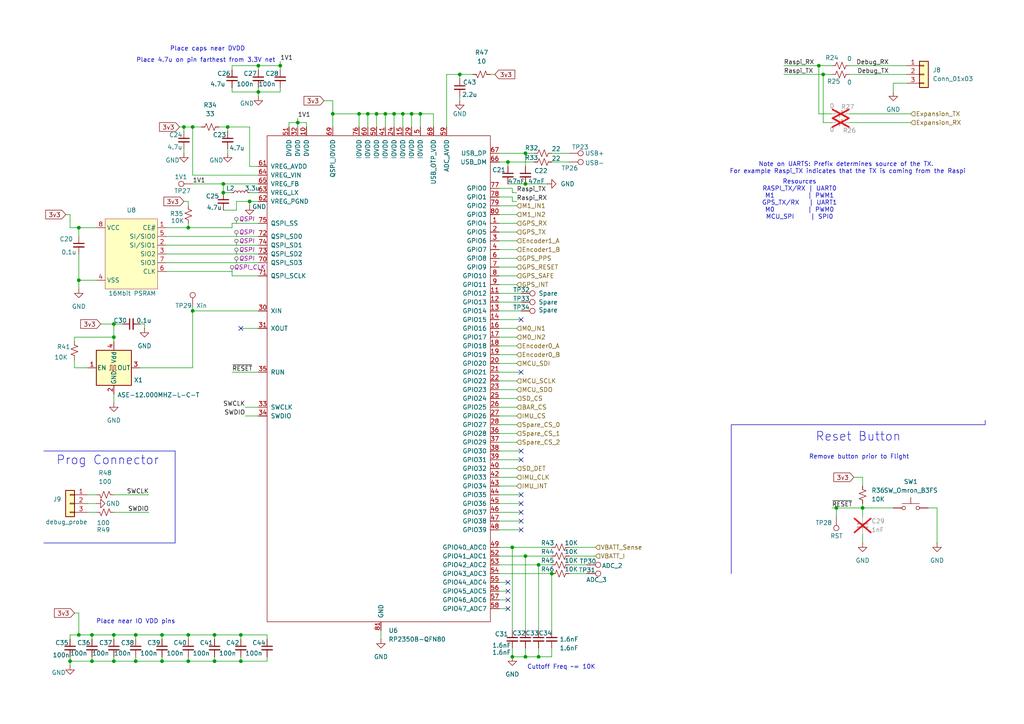
<source format=kicad_sch>
(kicad_sch (version 20231120) (generator "eeschema") (generator_version "8.0")
  (paper "A4")
  (junction (at 64.77 55.88))
  (junction (at 33.02 93.98))
  (junction (at 39.37 191.77))
  (junction (at 46.99 191.77))
  (junction (at 156.21 163.83))
  (junction (at 119.38 33.02))
  (junction (at 22.86 184.15))
  (junction (at 33.02 184.15))
  (junction (at 26.67 191.77))
  (junction (at 156.21 190.5))
  (junction (at 250.19 147.32))
  (junction (at 96.52 33.02))
  (junction (at 74.93 19.05))
  (junction (at 20.32 191.77))
  (junction (at 148.59 190.5))
  (junction (at 152.4 190.5))
  (junction (at 148.59 158.75))
  (junction (at 133.35 21.59))
  (junction (at 66.04 36.83))
  (junction (at 53.34 36.83))
  (junction (at 116.84 33.02))
  (junction (at 86.36 35.56))
  (junction (at 62.23 191.77))
  (junction (at 33.02 97.79))
  (junction (at 39.37 184.15))
  (junction (at 152.4 161.29))
  (junction (at 147.32 46.99))
  (junction (at 26.67 184.15))
  (junction (at 33.02 191.77))
  (junction (at 64.77 53.34))
  (junction (at 237.49 19.05))
  (junction (at 114.3 33.02))
  (junction (at 81.28 19.05))
  (junction (at 160.02 166.37))
  (junction (at 69.85 184.15))
  (junction (at 242.57 147.32))
  (junction (at 104.14 33.02))
  (junction (at 74.93 26.67))
  (junction (at 121.92 33.02))
  (junction (at 106.68 33.02))
  (junction (at 22.86 81.28))
  (junction (at 152.4 53.34))
  (junction (at 22.86 66.04))
  (junction (at 62.23 184.15))
  (junction (at 54.61 66.04))
  (junction (at 54.61 184.15))
  (junction (at 72.39 58.42))
  (junction (at 238.76 21.59))
  (junction (at 152.4 44.45))
  (junction (at 69.85 191.77))
  (junction (at 109.22 33.02))
  (junction (at 46.99 184.15))
  (junction (at 55.88 90.17))
  (junction (at 111.76 33.02))
  (junction (at 54.61 191.77))
  (junction (at 55.88 36.83))
  (no_connect (at 151.13 146.05))
  (no_connect (at 147.32 171.45))
  (no_connect (at 151.13 130.81))
  (no_connect (at 151.13 153.67))
  (no_connect (at 151.13 143.51))
  (no_connect (at 151.13 148.59))
  (no_connect (at 69.85 95.25))
  (no_connect (at 147.32 176.53))
  (no_connect (at 151.13 107.95))
  (no_connect (at 151.13 151.13))
  (no_connect (at 151.13 92.71))
  (no_connect (at 147.32 173.99))
  (no_connect (at 147.32 168.91))
  (no_connect (at 151.13 133.35))
  (wire (pts (xy 62.23 184.15) (xy 69.85 184.15)))
  (wire (pts (xy 69.85 95.25) (xy 74.93 95.25)))
  (wire (pts (xy 43.18 148.59) (xy 33.02 148.59)))
  (wire (pts (xy 148.59 158.75) (xy 148.59 182.88)))
  (wire (pts (xy 39.37 184.15) (xy 46.99 184.15)))
  (wire (pts (xy 144.78 128.27) (xy 149.86 128.27)))
  (wire (pts (xy 241.3 33.02) (xy 237.49 33.02)))
  (wire (pts (xy 46.99 184.15) (xy 54.61 184.15)))
  (wire (pts (xy 144.78 140.97) (xy 149.86 140.97)))
  (wire (pts (xy 74.93 19.05) (xy 81.28 19.05)))
  (wire (pts (xy 144.78 110.49) (xy 149.86 110.49)))
  (wire (pts (xy 250.19 154.94) (xy 250.19 157.48)))
  (wire (pts (xy 68.58 60.96) (xy 68.58 58.42)))
  (wire (pts (xy 119.38 33.02) (xy 119.38 36.83)))
  (wire (pts (xy 53.34 58.42) (xy 54.61 58.42)))
  (wire (pts (xy 52.07 36.83) (xy 53.34 36.83)))
  (wire (pts (xy 72.39 36.83) (xy 66.04 36.83)))
  (wire (pts (xy 22.86 66.04) (xy 27.94 66.04)))
  (wire (pts (xy 144.78 90.17) (xy 151.13 90.17)))
  (wire (pts (xy 106.68 33.02) (xy 104.14 33.02)))
  (wire (pts (xy 242.57 147.32) (xy 242.57 149.86)))
  (wire (pts (xy 54.61 190.5) (xy 54.61 191.77)))
  (polyline (pts (xy 12.7 157.48) (xy 50.8 157.48)))
  (wire (pts (xy 62.23 191.77) (xy 69.85 191.77)))
  (wire (pts (xy 22.86 177.8) (xy 22.86 184.15)))
  (wire (pts (xy 246.38 33.02) (xy 264.16 33.02)))
  (wire (pts (xy 144.78 102.87) (xy 149.86 102.87)))
  (wire (pts (xy 55.88 90.17) (xy 74.93 90.17)))
  (wire (pts (xy 22.86 66.04) (xy 20.32 66.04)))
  (wire (pts (xy 111.76 33.02) (xy 109.22 33.02)))
  (wire (pts (xy 27.94 143.51) (xy 25.4 143.51)))
  (wire (pts (xy 71.12 120.65) (xy 74.93 120.65)))
  (wire (pts (xy 144.78 168.91) (xy 147.32 168.91)))
  (wire (pts (xy 26.67 191.77) (xy 33.02 191.77)))
  (wire (pts (xy 39.37 184.15) (xy 39.37 185.42)))
  (wire (pts (xy 227.33 21.59) (xy 238.76 21.59)))
  (wire (pts (xy 144.78 176.53) (xy 147.32 176.53)))
  (wire (pts (xy 77.47 191.77) (xy 77.47 190.5)))
  (wire (pts (xy 22.86 81.28) (xy 27.94 81.28)))
  (wire (pts (xy 144.78 166.37) (xy 160.02 166.37)))
  (wire (pts (xy 144.78 125.73) (xy 149.86 125.73)))
  (wire (pts (xy 144.78 100.33) (xy 149.86 100.33)))
  (wire (pts (xy 66.04 43.18) (xy 66.04 44.45)))
  (wire (pts (xy 71.12 118.11) (xy 74.93 118.11)))
  (wire (pts (xy 152.4 161.29) (xy 152.4 182.88)))
  (wire (pts (xy 165.1 161.29) (xy 172.72 161.29)))
  (wire (pts (xy 149.86 55.88) (xy 148.59 55.88)))
  (wire (pts (xy 21.59 177.8) (xy 22.86 177.8)))
  (wire (pts (xy 144.78 115.57) (xy 149.86 115.57)))
  (wire (pts (xy 250.19 147.32) (xy 259.08 147.32)))
  (wire (pts (xy 165.1 158.75) (xy 172.72 158.75)))
  (wire (pts (xy 69.85 184.15) (xy 69.85 185.42)))
  (wire (pts (xy 250.19 147.32) (xy 250.19 149.86)))
  (wire (pts (xy 121.92 36.83) (xy 121.92 33.02)))
  (wire (pts (xy 55.88 88.9) (xy 55.88 90.17)))
  (wire (pts (xy 53.34 43.18) (xy 53.34 44.45)))
  (wire (pts (xy 20.32 66.04) (xy 20.32 62.23)))
  (wire (pts (xy 246.38 19.05) (xy 262.89 19.05)))
  (wire (pts (xy 72.39 59.69) (xy 72.39 58.42)))
  (wire (pts (xy 72.39 58.42) (xy 74.93 58.42)))
  (wire (pts (xy 144.78 171.45) (xy 147.32 171.45)))
  (wire (pts (xy 152.4 44.45) (xy 154.94 44.45)))
  (wire (pts (xy 22.86 73.66) (xy 22.86 81.28)))
  (wire (pts (xy 121.92 33.02) (xy 125.73 33.02)))
  (wire (pts (xy 148.59 55.88) (xy 148.59 54.61)))
  (wire (pts (xy 62.23 190.5) (xy 62.23 191.77)))
  (wire (pts (xy 133.35 22.86) (xy 133.35 21.59)))
  (wire (pts (xy 21.59 99.06) (xy 21.59 97.79)))
  (wire (pts (xy 144.78 72.39) (xy 149.86 72.39)))
  (wire (pts (xy 48.26 78.74) (xy 67.31 78.74)))
  (wire (pts (xy 125.73 33.02) (xy 125.73 36.83)))
  (polyline (pts (xy 212.09 166.37) (xy 212.09 123.19)))
  (wire (pts (xy 160.02 46.99) (xy 165.1 46.99)))
  (wire (pts (xy 156.21 163.83) (xy 156.21 182.88)))
  (wire (pts (xy 26.67 184.15) (xy 33.02 184.15)))
  (wire (pts (xy 237.49 19.05) (xy 237.49 33.02)))
  (wire (pts (xy 74.93 27.94) (xy 74.93 26.67)))
  (wire (pts (xy 26.67 191.77) (xy 20.32 191.77)))
  (wire (pts (xy 25.4 106.68) (xy 21.59 106.68)))
  (wire (pts (xy 41.91 95.25) (xy 41.91 93.98)))
  (wire (pts (xy 55.88 50.8) (xy 55.88 36.83)))
  (wire (pts (xy 67.31 20.32) (xy 67.31 19.05)))
  (wire (pts (xy 67.31 107.95) (xy 74.93 107.95)))
  (wire (pts (xy 133.35 27.94) (xy 133.35 29.21)))
  (wire (pts (xy 81.28 26.67) (xy 74.93 26.67)))
  (wire (pts (xy 148.59 158.75) (xy 160.02 158.75)))
  (wire (pts (xy 144.78 130.81) (xy 151.13 130.81)))
  (wire (pts (xy 144.78 95.25) (xy 149.86 95.25)))
  (wire (pts (xy 116.84 33.02) (xy 114.3 33.02)))
  (wire (pts (xy 241.3 35.56) (xy 238.76 35.56)))
  (wire (pts (xy 39.37 191.77) (xy 46.99 191.77)))
  (wire (pts (xy 74.93 25.4) (xy 74.93 26.67)))
  (wire (pts (xy 129.54 36.83) (xy 129.54 21.59)))
  (wire (pts (xy 33.02 191.77) (xy 39.37 191.77)))
  (polyline (pts (xy 212.09 123.19) (xy 285.75 123.19)))
  (wire (pts (xy 111.76 33.02) (xy 111.76 36.83)))
  (wire (pts (xy 46.99 184.15) (xy 46.99 185.42)))
  (wire (pts (xy 40.64 106.68) (xy 55.88 106.68)))
  (wire (pts (xy 74.93 80.01) (xy 67.31 80.01)))
  (wire (pts (xy 54.61 191.77) (xy 62.23 191.77)))
  (wire (pts (xy 144.78 133.35) (xy 151.13 133.35)))
  (wire (pts (xy 53.34 36.83) (xy 53.34 38.1)))
  (wire (pts (xy 54.61 185.42) (xy 54.61 184.15)))
  (wire (pts (xy 74.93 48.26) (xy 72.39 48.26)))
  (wire (pts (xy 46.99 190.5) (xy 46.99 191.77)))
  (wire (pts (xy 144.78 74.93) (xy 149.86 74.93)))
  (wire (pts (xy 144.78 62.23) (xy 149.86 62.23)))
  (wire (pts (xy 96.52 33.02) (xy 104.14 33.02)))
  (wire (pts (xy 20.32 190.5) (xy 20.32 191.77)))
  (wire (pts (xy 46.99 191.77) (xy 54.61 191.77)))
  (wire (pts (xy 83.82 36.83) (xy 83.82 35.56)))
  (wire (pts (xy 246.38 35.56) (xy 264.16 35.56)))
  (wire (pts (xy 20.32 184.15) (xy 20.32 185.42)))
  (wire (pts (xy 64.77 60.96) (xy 68.58 60.96)))
  (wire (pts (xy 81.28 25.4) (xy 81.28 26.67)))
  (wire (pts (xy 33.02 190.5) (xy 33.02 191.77)))
  (wire (pts (xy 144.78 57.15) (xy 148.59 57.15)))
  (wire (pts (xy 67.31 25.4) (xy 67.31 26.67)))
  (wire (pts (xy 48.26 76.2) (xy 74.93 76.2)))
  (wire (pts (xy 144.78 146.05) (xy 151.13 146.05)))
  (wire (pts (xy 69.85 191.77) (xy 77.47 191.77)))
  (wire (pts (xy 26.67 190.5) (xy 26.67 191.77)))
  (wire (pts (xy 144.78 105.41) (xy 149.86 105.41)))
  (wire (pts (xy 144.78 118.11) (xy 149.86 118.11)))
  (wire (pts (xy 149.86 58.42) (xy 148.59 58.42)))
  (wire (pts (xy 72.39 55.88) (xy 74.93 55.88)))
  (wire (pts (xy 259.08 26.67) (xy 259.08 24.13)))
  (wire (pts (xy 144.78 123.19) (xy 149.86 123.19)))
  (wire (pts (xy 152.4 190.5) (xy 156.21 190.5)))
  (wire (pts (xy 144.78 138.43) (xy 149.86 138.43)))
  (wire (pts (xy 144.78 64.77) (xy 149.86 64.77)))
  (wire (pts (xy 238.76 21.59) (xy 241.3 21.59)))
  (wire (pts (xy 54.61 66.04) (xy 67.31 66.04)))
  (wire (pts (xy 109.22 33.02) (xy 106.68 33.02)))
  (wire (pts (xy 22.86 68.58) (xy 22.86 66.04)))
  (wire (pts (xy 114.3 33.02) (xy 114.3 36.83)))
  (wire (pts (xy 81.28 19.05) (xy 81.28 20.32)))
  (wire (pts (xy 33.02 114.3) (xy 33.02 116.84)))
  (wire (pts (xy 144.78 151.13) (xy 151.13 151.13)))
  (wire (pts (xy 109.22 33.02) (xy 109.22 36.83)))
  (wire (pts (xy 144.78 143.51) (xy 151.13 143.51)))
  (wire (pts (xy 96.52 33.02) (xy 96.52 29.21)))
  (wire (pts (xy 144.78 173.99) (xy 147.32 173.99)))
  (wire (pts (xy 39.37 190.5) (xy 39.37 191.77)))
  (wire (pts (xy 67.31 64.77) (xy 74.93 64.77)))
  (wire (pts (xy 152.4 190.5) (xy 152.4 187.96)))
  (wire (pts (xy 144.78 92.71) (xy 151.13 92.71)))
  (wire (pts (xy 55.88 106.68) (xy 55.88 90.17)))
  (wire (pts (xy 156.21 187.96) (xy 156.21 190.5)))
  (wire (pts (xy 144.78 85.09) (xy 151.13 85.09)))
  (wire (pts (xy 72.39 48.26) (xy 72.39 36.83)))
  (wire (pts (xy 144.78 148.59) (xy 151.13 148.59)))
  (wire (pts (xy 160.02 190.5) (xy 160.02 187.96)))
  (wire (pts (xy 144.78 163.83) (xy 156.21 163.83)))
  (wire (pts (xy 21.59 104.14) (xy 21.59 106.68)))
  (wire (pts (xy 88.9 35.56) (xy 88.9 36.83)))
  (wire (pts (xy 144.78 69.85) (xy 149.86 69.85)))
  (wire (pts (xy 48.26 68.58) (xy 74.93 68.58)))
  (wire (pts (xy 74.93 26.67) (xy 67.31 26.67)))
  (wire (pts (xy 241.3 147.32) (xy 242.57 147.32)))
  (wire (pts (xy 67.31 19.05) (xy 74.93 19.05)))
  (wire (pts (xy 147.32 46.99) (xy 147.32 48.26)))
  (wire (pts (xy 53.34 36.83) (xy 55.88 36.83)))
  (wire (pts (xy 48.26 71.12) (xy 74.93 71.12)))
  (wire (pts (xy 74.93 53.34) (xy 64.77 53.34)))
  (wire (pts (xy 81.28 17.78) (xy 81.28 19.05)))
  (wire (pts (xy 259.08 24.13) (xy 262.89 24.13)))
  (wire (pts (xy 152.4 48.26) (xy 152.4 44.45)))
  (wire (pts (xy 29.21 93.98) (xy 33.02 93.98)))
  (wire (pts (xy 133.35 21.59) (xy 137.16 21.59)))
  (wire (pts (xy 144.78 46.99) (xy 147.32 46.99)))
  (wire (pts (xy 68.58 58.42) (xy 72.39 58.42)))
  (wire (pts (xy 69.85 191.77) (xy 69.85 190.5)))
  (wire (pts (xy 242.57 147.32) (xy 250.19 147.32)))
  (wire (pts (xy 144.78 120.65) (xy 149.86 120.65)))
  (wire (pts (xy 54.61 59.69) (xy 54.61 58.42)))
  (wire (pts (xy 156.21 163.83) (xy 160.02 163.83)))
  (wire (pts (xy 148.59 190.5) (xy 152.4 190.5)))
  (wire (pts (xy 152.4 53.34) (xy 158.75 53.34)))
  (wire (pts (xy 48.26 66.04) (xy 54.61 66.04)))
  (wire (pts (xy 43.18 143.51) (xy 33.02 143.51)))
  (wire (pts (xy 160.02 166.37) (xy 160.02 182.88)))
  (wire (pts (xy 165.1 166.37) (xy 170.18 166.37)))
  (wire (pts (xy 33.02 97.79) (xy 33.02 99.06)))
  (wire (pts (xy 64.77 55.88) (xy 67.31 55.88)))
  (wire (pts (xy 110.49 182.88) (xy 110.49 185.42)))
  (wire (pts (xy 54.61 184.15) (xy 62.23 184.15)))
  (wire (pts (xy 55.88 36.83) (xy 58.42 36.83)))
  (wire (pts (xy 21.59 97.79) (xy 33.02 97.79)))
  (wire (pts (xy 144.78 80.01) (xy 149.86 80.01)))
  (wire (pts (xy 26.67 184.15) (xy 26.67 185.42)))
  (wire (pts (xy 106.68 33.02) (xy 106.68 36.83)))
  (wire (pts (xy 147.32 53.34) (xy 152.4 53.34)))
  (polyline (pts (xy 12.7 130.81) (xy 50.8 130.81)))
  (wire (pts (xy 54.61 64.77) (xy 54.61 66.04)))
  (wire (pts (xy 119.38 33.02) (xy 116.84 33.02)))
  (wire (pts (xy 144.78 161.29) (xy 152.4 161.29)))
  (wire (pts (xy 114.3 33.02) (xy 111.76 33.02)))
  (polyline (pts (xy 50.8 130.81) (xy 50.8 157.48)))
  (wire (pts (xy 64.77 53.34) (xy 64.77 55.88)))
  (wire (pts (xy 66.04 36.83) (xy 66.04 38.1)))
  (wire (pts (xy 121.92 33.02) (xy 119.38 33.02)))
  (wire (pts (xy 33.02 93.98) (xy 33.02 97.79)))
  (wire (pts (xy 156.21 190.5) (xy 160.02 190.5)))
  (wire (pts (xy 20.32 193.04) (xy 20.32 191.77)))
  (wire (pts (xy 22.86 184.15) (xy 26.67 184.15)))
  (wire (pts (xy 227.33 19.05) (xy 237.49 19.05)))
  (wire (pts (xy 148.59 187.96) (xy 148.59 190.5)))
  (wire (pts (xy 104.14 33.02) (xy 104.14 36.83)))
  (wire (pts (xy 33.02 93.98) (xy 35.56 93.98)))
  (wire (pts (xy 246.38 21.59) (xy 262.89 21.59)))
  (wire (pts (xy 86.36 35.56) (xy 86.36 36.83)))
  (wire (pts (xy 27.94 146.05) (xy 25.4 146.05)))
  (wire (pts (xy 144.78 158.75) (xy 148.59 158.75)))
  (wire (pts (xy 250.19 146.05) (xy 250.19 147.32)))
  (wire (pts (xy 148.59 58.42) (xy 148.59 57.15)))
  (wire (pts (xy 152.4 161.29) (xy 160.02 161.29)))
  (wire (pts (xy 96.52 36.83) (xy 96.52 33.02)))
  (wire (pts (xy 74.93 19.05) (xy 74.93 20.32)))
  (wire (pts (xy 147.32 46.99) (xy 154.94 46.99)))
  (wire (pts (xy 48.26 73.66) (xy 74.93 73.66)))
  (wire (pts (xy 83.82 35.56) (xy 86.36 35.56)))
  (wire (pts (xy 250.19 138.43) (xy 250.19 140.97)))
  (wire (pts (xy 144.78 113.03) (xy 149.86 113.03)))
  (wire (pts (xy 144.78 107.95) (xy 151.13 107.95)))
  (wire (pts (xy 144.78 54.61) (xy 148.59 54.61)))
  (wire (pts (xy 77.47 185.42) (xy 77.47 184.15)))
  (wire (pts (xy 27.94 148.59) (xy 25.4 148.59)))
  (wire (pts (xy 116.84 33.02) (xy 116.84 36.83)))
  (wire (pts (xy 144.78 44.45) (xy 152.4 44.45)))
  (wire (pts (xy 144.78 87.63) (xy 151.13 87.63)))
  (wire (pts (xy 33.02 184.15) (xy 33.02 185.42)))
  (wire (pts (xy 160.02 44.45) (xy 165.1 44.45)))
  (wire (pts (xy 144.78 97.79) (xy 149.86 97.79)))
  (wire (pts (xy 143.51 21.59) (xy 142.24 21.59)))
  (wire (pts (xy 22.86 81.28) (xy 22.86 83.82)))
  (polyline (pts (xy 285.75 121.92) (xy 285.75 123.19)))
  (wire (pts (xy 269.24 147.32) (xy 271.78 147.32)))
  (wire (pts (xy 20.32 184.15) (xy 22.86 184.15)))
  (wire (pts (xy 66.04 36.83) (xy 63.5 36.83)))
  (wire (pts (xy 19.05 62.23) (xy 20.32 62.23)))
  (wire (pts (xy 41.91 93.98) (xy 40.64 93.98)))
  (wire (pts (xy 247.65 138.43) (xy 250.19 138.43)))
  (wire (pts (xy 62.23 184.15) (xy 62.23 185.42)))
  (wire (pts (xy 144.78 135.89) (xy 149.86 135.89)))
  (wire (pts (xy 74.93 50.8) (xy 55.88 50.8)))
  (wire (pts (xy 67.31 80.01) (xy 67.31 78.74)))
  (wire (pts (xy 55.88 53.34) (xy 64.77 53.34)))
  (wire (pts (xy 144.78 82.55) (xy 149.86 82.55)))
  (wire (pts (xy 238.76 35.56) (xy 238.76 21.59)))
  (wire (pts (xy 144.78 153.67) (xy 151.13 153.67)))
  (wire (pts (xy 237.49 19.05) (xy 241.3 19.05)))
  (wire (pts (xy 67.31 66.04) (xy 67.31 64.77)))
  (wire (pts (xy 165.1 163.83) (xy 170.18 163.83)))
  (wire (pts (xy 96.52 29.21) (xy 93.98 29.21)))
  (wire (pts (xy 33.02 184.15) (xy 39.37 184.15)))
  (wire (pts (xy 129.54 21.59) (xy 133.35 21.59)))
  (wire (pts (xy 144.78 77.47) (xy 149.86 77.47)))
  (wire (pts (xy 69.85 184.15) (xy 77.47 184.15)))
  (wire (pts (xy 144.78 59.69) (xy 149.86 59.69)))
  (wire (pts (xy 86.36 34.29) (xy 86.36 35.56)))
  (wire (pts (xy 144.78 67.31) (xy 149.86 67.31)))
  (wire (pts (xy 86.36 35.56) (xy 88.9 35.56)))
  (wire (pts (xy 271.78 147.32) (xy 271.78 157.48)))
  (text "Place near IO VDD pins" (at 39.37 180.34 0) (effects (font (size 1.27 1.27))))
  (text "Resources\nRASPI_TX/RX | UART0\nM1          | PWM1\nGPS_TX/RX   | UART1\nM0          | PWM0\nMCU_SPI     | SPI0\n" (at 231.902 57.912 0) (effects (font (size 1.27 1.27))))
  (text "Note on UARTS: Prefix determines source of the TX. \nFor example Raspi_TX indicates that the TX is coming from the Raspi" (at 245.872 48.768 0) (effects (font (size 1.27 1.27))))
  (text "Reset Button" (at 248.92 126.746 0) (effects (font (size 2.54 2.54))))
  (text "Cuttoff Freq ~= 10K" (at 162.814 193.548 0) (effects (font (size 1.27 1.27))))
  (text "Remove button prior to Flight" (at 249.174 132.588 0) (effects (font (size 1.27 1.27))))
  (text "Place 4.7u on pin farthest from 3.3V net" (at 59.69 17.526 0) (effects (font (size 1.27 1.27))))
  (text "Place caps near DVDD\n" (at 60.198 14.224 0) (effects (font (size 1.27 1.27))))
  (text "Prog Connector\n" (at 31.242 133.604 0) (effects (font (size 2.54 2.54))))
  (label "SWDIO" (at 71.12 120.65 180))
  (label "1V1" (at 86.36 34.29 0))
  (label "SWDIO" (at 43.18 148.59 180))
  (label "SWCLK" (at 43.18 143.51 180))
  (label "Debug_RX" (at 257.81 19.05 180))
  (label "SWCLK" (at 71.12 118.11 180))
  (label "1V1" (at 55.88 53.34 0))
  (label "Raspi_RX" (at 227.33 19.05 0))
  (label "Raspi_TX" (at 149.86 55.88 0))
  (label "~{RESET}" (at 241.3 147.32 0))
  (label "~{RESET}" (at 67.31 107.95 0))
  (label "1V1" (at 81.28 17.78 0))
  (label "Raspi_TX" (at 227.33 21.59 0))
  (label "Raspi_RX" (at 149.86 58.42 0))
  (label "Debug_TX" (at 257.81 21.59 180))
  (global_label "3v3" (shape input) (at 21.59 177.8 180) (property "Intersheetrefs" "${INTERSHEET_REFS}" (effects (hide yes))))
  (global_label "3v3" (shape input) (at 143.51 21.59 0) (property "Intersheetrefs" "${INTERSHEET_REFS}" (effects (hide yes))))
  (global_label "3v3" (shape input) (at 19.05 62.23 180) (property "Intersheetrefs" "${INTERSHEET_REFS}" (effects (hide yes))))
  (global_label "3v3" (shape input) (at 53.34 58.42 180) (property "Intersheetrefs" "${INTERSHEET_REFS}" (effects (hide yes))))
  (global_label "3v3" (shape input) (at 52.07 36.83 180) (property "Intersheetrefs" "${INTERSHEET_REFS}" (effects (hide yes))))
  (global_label "3v3" (shape input) (at 29.21 93.98 180) (property "Intersheetrefs" "${INTERSHEET_REFS}" (effects (hide yes))))
  (global_label "3v3" (shape input) (at 247.65 138.43 180) (property "Intersheetrefs" "${INTERSHEET_REFS}" (effects (hide yes))))
  (global_label "3v3" (shape input) (at 93.98 29.21 180) (property "Intersheetrefs" "${INTERSHEET_REFS}" (effects (hide yes))))
  (hierarchical_label "Spare_CS_2" (shape input) (at 149.86 128.27 0))
  (hierarchical_label "Expansion_RX" (shape input) (at 264.16 35.56 0))
  (hierarchical_label "GPS_RX" (shape input) (at 149.86 64.77 0))
  (hierarchical_label "Encoder0_B" (shape input) (at 149.86 102.87 0))
  (hierarchical_label "VBATT_Sense" (shape input) (at 172.72 158.75 0))
  (hierarchical_label "Encoder1_A" (shape input) (at 149.86 69.85 0))
  (hierarchical_label "Spare_CS_0" (shape input) (at 149.86 123.19 0))
  (hierarchical_label "GPS_PPS" (shape input) (at 149.86 74.93 0))
  (hierarchical_label "M0_IN2" (shape input) (at 149.86 97.79 0))
  (hierarchical_label "VBATT_I" (shape input) (at 172.72 161.29 0))
  (hierarchical_label "BAR_CS" (shape input) (at 149.86 118.11 0))
  (hierarchical_label "Encoder0_A" (shape input) (at 149.86 100.33 0))
  (hierarchical_label "Spare_CS_1" (shape input) (at 149.86 125.73 0))
  (hierarchical_label "MCU_SCLK" (shape input) (at 149.86 110.49 0))
  (hierarchical_label "GPS_TX" (shape input) (at 149.86 67.31 0))
  (hierarchical_label "MCU_SDO" (shape input) (at 149.86 113.03 0))
  (hierarchical_label "M1_IN2" (shape input) (at 149.86 62.23 0))
  (hierarchical_label "M1_IN1" (shape input) (at 149.86 59.69 0))
  (hierarchical_label "IMU_CLK" (shape input) (at 149.86 138.43 0))
  (hierarchical_label "GPS_SAFE" (shape input) (at 149.86 80.01 0))
  (hierarchical_label "IMU_INT" (shape input) (at 149.86 140.97 0))
  (hierarchical_label "IMU_CS" (shape input) (at 149.86 120.65 0))
  (hierarchical_label "Expansion_TX" (shape input) (at 264.16 33.02 0))
  (hierarchical_label "GPS_INT" (shape input) (at 149.86 82.55 0))
  (hierarchical_label "SD_CS" (shape input) (at 149.86 115.57 0))
  (hierarchical_label "Encoder1_B" (shape input) (at 149.86 72.39 0))
  (hierarchical_label "M0_IN1" (shape input) (at 149.86 95.25 0))
  (hierarchical_label "SD_DET" (shape input) (at 149.86 135.89 0))
  (hierarchical_label "GPS_RESET" (shape input) (at 149.86 77.47 0))
  (hierarchical_label "MCU_SDI" (shape input) (at 149.86 105.41 0))
  (netclass_flag "" (length 1.25) (shape round) (at 68.58 76.2 0) (property "Netclass" "QSPI" (at 69.2785 74.95 0) (effects (font (italic yes)) (justify left))))
  (netclass_flag "" (length 1.25) (shape round) (at 67.31 78.74 0) (property "Netclass" "QSPI_CLK" (at 67.818 77.47 0) (effects (font (italic yes)) (justify left))))
  (netclass_flag "" (length 1.25) (shape round) (at 68.58 73.66 0) (property "Netclass" "QSPI" (at 69.2785 72.41 0) (effects (font (italic yes)) (justify left))))
  (netclass_flag "" (length 1.25) (shape round) (at 68.58 64.77 0) (property "Netclass" "QSPI" (at 69.2785 63.52 0) (effects (font (italic yes)) (justify left))))
  (netclass_flag "" (length 1.25) (shape round) (at 68.58 68.58 0) (property "Netclass" "QSPI" (at 69.2785 67.33 0) (effects (font (italic yes)) (justify left))))
  (netclass_flag "" (length 1.25) (shape round) (at 68.58 71.12 0) (property "Netclass" "QSPI" (at 69.2785 69.87 0) (effects (font (italic yes)) (justify left))))
  (symbol (lib_id "power:GND") (at 41.91 95.25 0) (unit 1)
    (property "Reference" "#PWR041" (effects (hide yes)))
    (property "Value" "GND" (at 41.91 100.33 0))
    (property "Description" "Power symbol creates a global label with name \"GND\" , ground" (effects (hide yes)))
  )
  (symbol (lib_id "Device:R_Small_US") (at 60.96 36.83 90) (unit 1)
    (property "Reference" "R34" (at 60.96 30.48 90))
    (property "Value" "33" (at 60.96 33.02 90))
    (property "Footprint" "Resistor_SMD:R_0603_1608Metric" (effects (hide yes)))
    (property "Description" "Resistor, small US symbol" (effects (hide yes)))
  )
  (symbol (lib_id "Device:C_Small") (at 64.77 58.42 0) (unit 1)
    (property "Reference" "C25" (at 59.69 56.896 0) (effects (justify left)))
    (property "Value" "4.7u" (at 59.944 60.198 0) (effects (justify left)))
    (property "Footprint" "Capacitor_SMD:C_0805_2012Metric_Pad1.18x1.45mm_HandSolder" (effects (hide yes)))
    (property "Description" "Unpolarized capacitor, small symbol" (effects (hide yes)))
  )
  (symbol (lib_id "Device:R_Small_US") (at 157.48 44.45 90) (unit 1)
    (property "Reference" "R32" (at 154.178 42.926 90))
    (property "Value" "22" (at 161.29 43.18 90))
    (property "Footprint" "Resistor_SMD:R_0603_1608Metric" (effects (hide yes)))
    (property "Description" "Resistor, small US symbol" (effects (hide yes)))
  )
  (symbol (lib_id "Connector:TestPoint") (at 170.18 163.83 270) (unit 1)
    (property "Reference" "TP30" (at 172.974 162.814 90) (effects (justify right)))
    (property "Value" "ADC_2" (at 180.594 164.084 90) (effects (justify right)))
    (property "Footprint" "TestPoint:TestPoint_Pad_1.0x1.0mm" (effects (hide yes)))
    (property "Description" "test point" (effects (hide yes)))
  )
  (symbol (lib_id "Connector:TestPoint") (at 151.13 90.17 270) (unit 1)
    (property "Reference" "TP34" (at 153.67 89.154 90) (effects (justify right)))
    (property "Value" "Spare" (at 161.798 89.916 90) (effects (justify right)))
    (property "Footprint" "TestPoint:TestPoint_Pad_1.0x1.0mm" (effects (hide yes)))
    (property "Description" "test point" (effects (hide yes)))
  )
  (symbol (lib_id "Device:R_Small_US") (at 30.48 148.59 270) (mirror x) (unit 1)
    (property "Reference" "R49" (at 29.972 153.67 90))
    (property "Value" "100" (at 29.972 151.638 90))
    (property "Footprint" "Resistor_SMD:R_0603_1608Metric" (effects (hide yes)))
    (property "Description" "Resistor, small US symbol" (effects (hide yes)))
  )
  (symbol (lib_id "Connector_Generic:Conn_01x03") (at 267.97 21.59 0) (unit 1)
    (property "Reference" "J8" (at 270.51 20.3199 0) (effects (justify left)))
    (property "Value" "Conn_01x03" (at 270.51 22.8599 0) (effects (justify left)))
    (property "Footprint" "Connector_PinHeader_2.54mm:PinHeader_1x03_P2.54mm_Vertical_SMD_Pin1Left" (effects (hide yes)))
    (property "Description" "Generic connector, single row, 01x03, script generated (kicad-library-utils/schlib/autogen/connector/)" (effects (hide yes)))
  )
  (symbol (lib_id "Connector_Generic:Conn_01x03") (at 20.32 146.05 0) (mirror y) (unit 1)
    (property "Reference" "J9" (at 17.78 144.7799 0) (effects (justify left)))
    (property "Value" "debug_probe" (at 25.4 151.384 0) (effects (justify left)))
    (property "Footprint" "Connector_JST:JST_SH_SM03B-SRSS-TB_1x03-1MP_P1.00mm_Horizontal" (effects (hide yes)))
    (property "Description" "Generic connector, single row, 01x03, script generated (kicad-library-utils/schlib/autogen/connector/)" (effects (hide yes)))
  )
  (symbol (lib_id "Connector:TestPoint") (at 170.18 166.37 270) (unit 1)
    (property "Reference" "TP31" (at 172.72 165.354 90) (effects (justify right)))
    (property "Value" "ADC_3" (at 176.022 168.148 90) (effects (justify right)))
    (property "Footprint" "TestPoint:TestPoint_Pad_1.0x1.0mm" (effects (hide yes)))
    (property "Description" "test point" (effects (hide yes)))
  )
  (symbol (lib_id "Device:L_Small") (at 69.85 55.88 90) (unit 1)
    (property "Reference" "L2" (at 66.802 54.61 90))
    (property "Value" "3.3u" (at 73.152 54.61 90))
    (property "Footprint" "Inductor_SMD:L_1008_2520Metric" (effects (hide yes)))
    (property "Description" "Inductor, small symbol" (effects (hide yes)))
    (property "PN" "LQM2HPN3R3MG0L" (effects (hide yes)))
  )
  (symbol (lib_id "Device:R_Small_US") (at 30.48 143.51 270) (mirror x) (unit 1)
    (property "Reference" "R48" (at 30.48 137.16 90))
    (property "Value" "100" (at 30.48 139.7 90))
    (property "Footprint" "Resistor_SMD:R_0603_1608Metric" (effects (hide yes)))
    (property "Description" "Resistor, small US symbol" (effects (hide yes)))
  )
  (symbol (lib_id "Oscillator:ASE-xxxMHz") (at 33.02 106.68 0) (unit 1)
    (property "Reference" "X1" (at 40.132 110.236 0))
    (property "Value" "ASE-12.000MHZ-L-C-T" (at 45.974 114.554 0))
    (property "Footprint" "Oscillator:Oscillator_SMD_Abracon_ASE-4Pin_3.2x2.5mm" (effects (hide yes)))
    (property "Datasheet" "http://www.abracon.com/Oscillators/ASV.pdf" (effects (hide yes)))
    (property "Description" "3.3V CMOS SMD Crystal Clock Oscillator, Abracon" (effects (hide yes)))
  )
  (symbol (lib_id "Device:C_Small") (at 250.19 152.4 0) (unit 1) (dnp yes)
    (property "Reference" "C29" (at 252.73 151.1362 0) (effects (justify left)))
    (property "Value" "1nF" (at 252.73 153.6762 0) (effects (justify left)))
    (property "Footprint" "Capacitor_SMD:C_0603_1608Metric_Pad1.08x0.95mm_HandSolder" (effects (hide yes)))
    (property "Description" "Unpolarized capacitor, small symbol" (effects (hide yes)))
  )
  (symbol (lib_id "power:GND") (at 110.49 185.42 0) (unit 1)
    (property "Reference" "#PWR030" (effects (hide yes)))
    (property "Value" "GND" (at 110.49 190.5 0))
    (property "Description" "Power symbol creates a global label with name \"GND\" , ground" (effects (hide yes)))
  )
  (symbol (lib_id "Connector:TestPoint") (at 55.88 53.34 90) (unit 1)
    (property "Reference" "TP27" (at 55.372 55.372 90) (effects (justify left)))
    (property "Value" "1V1" (at 54.356 51.308 90) (effects (justify left)))
    (property "Footprint" "TestPoint:TestPoint_Pad_1.0x1.0mm" (effects (hide yes)))
    (property "Description" "test point" (effects (hide yes)))
  )
  (symbol (lib_id "Switch:SW_Omron_B3FS") (at 264.16 147.32 0) (unit 1)
    (property "Reference" "SW1" (at 264.16 139.7 0))
    (property "Value" "SW_Omron_B3FS" (at 264.16 142.24 0))
    (property "Footprint" "Button_Switch_SMD:SW_SPST_B3S-1000" (effects (hide yes)))
    (property "Datasheet" "https://omronfs.omron.com/en_US/ecb/products/pdf/en-b3fs.pdf" (effects (hide yes)))
    (property "Description" "Omron B3FS 6x6mm single pole normally-open tactile switch" (effects (hide yes)))
  )
  (symbol (lib_id "Device:C_Small") (at 33.02 187.96 0) (unit 1)
    (property "Reference" "C37" (at 28.702 186.436 0) (effects (justify left)))
    (property "Value" "100n" (at 26.67 189.484 0) (effects (justify left)))
    (property "Footprint" "Capacitor_SMD:C_0603_1608Metric_Pad1.08x0.95mm_HandSolder" (effects (hide yes)))
    (property "Description" "Unpolarized capacitor, small symbol" (effects (hide yes)))
  )
  (symbol (lib_id "Connector:TestPoint") (at 151.13 85.09 270) (unit 1)
    (property "Reference" "TP32" (at 153.67 84.074 90) (effects (justify right)))
    (property "Value" "Spare" (at 161.798 85.09 90) (effects (justify right)))
    (property "Footprint" "TestPoint:TestPoint_Pad_1.0x1.0mm" (effects (hide yes)))
    (property "Description" "test point" (effects (hide yes)))
  )
  (symbol (lib_id "power:GND") (at 250.19 157.48 0) (unit 1)
    (property "Reference" "#PWR038" (effects (hide yes)))
    (property "Value" "GND" (at 250.19 162.56 0))
    (property "Description" "Power symbol creates a global label with name \"GND\" , ground" (effects (hide yes)))
  )
  (symbol (lib_id "Device:R_Small_US") (at 162.56 163.83 90) (unit 1)
    (property "Reference" "R45" (at 160.782 162.56 90) (effects (justify left)))
    (property "Value" "10K" (at 167.64 162.56 90) (effects (justify left)))
    (property "Footprint" "Resistor_SMD:R_0603_1608Metric" (effects (hide yes)))
    (property "Description" "Resistor, small US symbol" (effects (hide yes)))
  )
  (symbol (lib_id "Device:C_Small") (at 147.32 50.8 0) (unit 1)
    (property "Reference" "C21" (at 142.748 49.276 0) (effects (justify left)))
    (property "Value" "47nF" (at 147.32 52.578 0) (effects (justify left)))
    (property "Footprint" "Capacitor_SMD:C_0603_1608Metric_Pad1.08x0.95mm_HandSolder" (effects (hide yes)))
    (property "Description" "Unpolarized capacitor, small symbol" (effects (hide yes)))
  )
  (symbol (lib_id "Device:C_Small") (at 26.67 187.96 0) (unit 1)
    (property "Reference" "C36" (at 22.352 186.436 0) (effects (justify left)))
    (property "Value" "100n" (at 20.32 189.484 0) (effects (justify left)))
    (property "Footprint" "Capacitor_SMD:C_0603_1608Metric_Pad1.08x0.95mm_HandSolder" (effects (hide yes)))
    (property "Description" "Unpolarized capacitor, small symbol" (effects (hide yes)))
  )
  (symbol (lib_id "Device:C_Small") (at 152.4 185.42 0) (unit 1)
    (property "Reference" "C32" (at 148.59 183.642 0) (effects (justify left)))
    (property "Value" "1.6nF" (at 162.306 185.42 0) (effects (justify left)))
    (property "Footprint" "Capacitor_SMD:C_0603_1608Metric_Pad1.08x0.95mm_HandSolder" (effects (hide yes)))
    (property "Description" "Unpolarized capacitor, small symbol" (effects (hide yes)))
  )
  (symbol (lib_id "Device:C_Small") (at 54.61 187.96 0) (unit 1)
    (property "Reference" "C40" (at 50.292 186.436 0) (effects (justify left)))
    (property "Value" "100n" (at 48.26 189.484 0) (effects (justify left)))
    (property "Footprint" "Capacitor_SMD:C_0603_1608Metric_Pad1.08x0.95mm_HandSolder" (effects (hide yes)))
    (property "Description" "Unpolarized capacitor, small symbol" (effects (hide yes)))
  )
  (symbol (lib_id "Device:C_Small") (at 148.59 185.42 0) (unit 1)
    (property "Reference" "C31" (at 143.51 183.896 0) (effects (justify left)))
    (property "Value" "1.6nF" (at 142.748 187.198 0) (effects (justify left)))
    (property "Footprint" "Capacitor_SMD:C_0603_1608Metric_Pad1.08x0.95mm_HandSolder" (effects (hide yes)))
    (property "Description" "Unpolarized capacitor, small symbol" (effects (hide yes)))
  )
  (symbol (lib_id "Connector:TestPoint") (at 165.1 44.45 270) (unit 1)
    (property "Reference" "TP23" (at 165.862 42.672 90) (effects (justify left)))
    (property "Value" "USB+" (at 169.672 44.45 90) (effects (justify left)))
    (property "Footprint" "TestPoint:TestPoint_Pad_1.0x1.0mm" (effects (hide yes)))
    (property "Description" "test point" (effects (hide yes)))
  )
  (symbol (lib_id "Device:C_Small") (at 69.85 187.96 0) (unit 1)
    (property "Reference" "C42" (at 65.532 186.436 0) (effects (justify left)))
    (property "Value" "100n" (at 63.5 189.484 0) (effects (justify left)))
    (property "Footprint" "Capacitor_SMD:C_0603_1608Metric_Pad1.08x0.95mm_HandSolder" (effects (hide yes)))
    (property "Description" "Unpolarized capacitor, small symbol" (effects (hide yes)))
  )
  (symbol (lib_id "Device:C_Small") (at 67.31 22.86 0) (unit 1)
    (property "Reference" "C26" (at 62.992 21.336 0) (effects (justify left)))
    (property "Value" "4.7u" (at 60.96 24.384 0) (effects (justify left)))
    (property "Footprint" "Capacitor_SMD:C_0805_2012Metric_Pad1.18x1.45mm_HandSolder" (effects (hide yes)))
    (property "Description" "Unpolarized capacitor, small symbol" (effects (hide yes)))
  )
  (symbol (lib_id "Device:C_Small") (at 39.37 187.96 0) (unit 1)
    (property "Reference" "C38" (at 35.052 186.436 0) (effects (justify left)))
    (property "Value" "100n" (at 33.02 189.484 0) (effects (justify left)))
    (property "Footprint" "Capacitor_SMD:C_0603_1608Metric_Pad1.08x0.95mm_HandSolder" (effects (hide yes)))
    (property "Description" "Unpolarized capacitor, small symbol" (effects (hide yes)))
  )
  (symbol (lib_id "power:GND") (at 22.86 83.82 0) (unit 1)
    (property "Reference" "#PWR031" (effects (hide yes)))
    (property "Value" "GND" (at 22.86 88.9 0))
    (property "Description" "Power symbol creates a global label with name \"GND\" , ground" (effects (hide yes)))
  )
  (symbol (lib_id "Device:C_Small") (at 62.23 187.96 0) (unit 1)
    (property "Reference" "C41" (at 57.912 186.436 0) (effects (justify left)))
    (property "Value" "100n" (at 55.88 189.484 0) (effects (justify left)))
    (property "Footprint" "Capacitor_SMD:C_0603_1608Metric_Pad1.08x0.95mm_HandSolder" (effects (hide yes)))
    (property "Description" "Unpolarized capacitor, small symbol" (effects (hide yes)))
  )
  (symbol (lib_id "Device:C_Small") (at 46.99 187.96 0) (unit 1)
    (property "Reference" "C39" (at 42.672 186.436 0) (effects (justify left)))
    (property "Value" "100n" (at 40.64 189.484 0) (effects (justify left)))
    (property "Footprint" "Capacitor_SMD:C_0603_1608Metric_Pad1.08x0.95mm_HandSolder" (effects (hide yes)))
    (property "Description" "Unpolarized capacitor, small symbol" (effects (hide yes)))
  )
  (symbol (lib_id "Device:C_Small") (at 133.35 25.4 0) (mirror y) (unit 1)
    (property "Reference" "C43" (at 138.176 23.876 0) (effects (justify left)))
    (property "Value" "2.2u" (at 138.43 27.432 0) (effects (justify left)))
    (property "Footprint" "Capacitor_SMD:C_0603_1608Metric_Pad1.08x0.95mm_HandSolder" (effects (hide yes)))
    (property "Description" "Unpolarized capacitor, small symbol" (effects (hide yes)))
  )
  (symbol (lib_id "Device:R_Small_US") (at 21.59 101.6 0) (unit 1)
    (property "Reference" "R41" (at 16.51 100.584 0) (effects (justify left)))
    (property "Value" "10K" (at 15.748 103.632 0) (effects (justify left)))
    (property "Footprint" "Resistor_SMD:R_0603_1608Metric" (effects (hide yes)))
    (property "Description" "Resistor, small US symbol" (effects (hide yes)))
  )
  (symbol (lib_id "Device:C_Small") (at 77.47 187.96 0) (unit 1)
    (property "Reference" "C44" (at 73.152 186.436 0) (effects (justify left)))
    (property "Value" "100n" (at 71.12 189.484 0) (effects (justify left)))
    (property "Footprint" "Capacitor_SMD:C_0603_1608Metric_Pad1.08x0.95mm_HandSolder" (effects (hide yes)))
    (property "Description" "Unpolarized capacitor, small symbol" (effects (hide yes)))
  )
  (symbol (lib_id "power:GND") (at 66.04 44.45 0) (unit 1)
    (property "Reference" "#PWR034" (effects (hide yes)))
    (property "Value" "GND" (at 62.738 46.482 0))
    (property "Description" "Power symbol creates a global label with name \"GND\" , ground" (effects (hide yes)))
  )
  (symbol (lib_id "Device:C_Small") (at 74.93 22.86 0) (unit 1)
    (property "Reference" "C27" (at 70.612 21.336 0) (effects (justify left)))
    (property "Value" "100n" (at 68.58 24.384 0) (effects (justify left)))
    (property "Footprint" "Capacitor_SMD:C_0603_1608Metric_Pad1.08x0.95mm_HandSolder" (effects (hide yes)))
    (property "Description" "Unpolarized capacitor, small symbol" (effects (hide yes)))
  )
  (symbol (lib_id "Device:R_Small_US") (at 243.84 19.05 90) (unit 1)
    (property "Reference" "R24" (at 241.3 16.764 90))
    (property "Value" "0" (at 246.38 17.018 90))
    (property "Footprint" "Resistor_SMD:R_0603_1608Metric" (effects (hide yes)))
    (property "Description" "Resistor, small US symbol" (effects (hide yes)))
  )
  (symbol (lib_id "power:GND") (at 53.34 44.45 0) (unit 1)
    (property "Reference" "#PWR035" (effects (hide yes)))
    (property "Value" "GND" (at 50.038 46.482 0))
    (property "Description" "Power symbol creates a global label with name \"GND\" , ground" (effects (hide yes)))
  )
  (symbol (lib_id "Device:C_Small") (at 156.21 185.42 0) (unit 1)
    (property "Reference" "C33" (at 152.4 183.642 0) (effects (justify left)))
    (property "Value" "1.6nF" (at 142.748 189.23 0) (effects (justify left)))
    (property "Footprint" "Capacitor_SMD:C_0603_1608Metric_Pad1.08x0.95mm_HandSolder" (effects (hide yes)))
    (property "Description" "Unpolarized capacitor, small symbol" (effects (hide yes)))
  )
  (symbol (lib_id "Device:C_Small") (at 66.04 40.64 0) (unit 1)
    (property "Reference" "C23" (at 61.722 39.116 0) (effects (justify left)))
    (property "Value" "4.7u" (at 66.548 42.926 0) (effects (justify left)))
    (property "Footprint" "Capacitor_SMD:C_0805_2012Metric_Pad1.18x1.45mm_HandSolder" (effects (hide yes)))
    (property "Description" "Unpolarized capacitor, small symbol" (effects (hide yes)))
  )
  (symbol (lib_id "Device:R_Small_US") (at 162.56 161.29 90) (unit 1)
    (property "Reference" "R44" (at 160.782 160.02 90) (effects (justify left)))
    (property "Value" "10K" (at 167.64 160.02 90) (effects (justify left)))
    (property "Footprint" "Resistor_SMD:R_0603_1608Metric" (effects (hide yes)))
    (property "Description" "Resistor, small US symbol" (effects (hide yes)))
  )
  (symbol (lib_id "Device:C_Small") (at 152.4 50.8 0) (unit 1)
    (property "Reference" "C22" (at 154.94 49.5362 0) (effects (justify left)))
    (property "Value" "47nF" (at 153.162 52.578 0) (effects (justify left)))
    (property "Footprint" "Capacitor_SMD:C_0603_1608Metric_Pad1.08x0.95mm_HandSolder" (effects (hide yes)))
    (property "Description" "Unpolarized capacitor, small symbol" (effects (hide yes)))
  )
  (symbol (lib_id "power:GND") (at 20.32 193.04 0) (unit 1)
    (property "Reference" "#PWR048" (effects (hide yes)))
    (property "Value" "GND" (at 17.018 195.072 0))
    (property "Description" "Power symbol creates a global label with name \"GND\" , ground" (effects (hide yes)))
  )
  (symbol (lib_id "Device:R_Small_US") (at 139.7 21.59 270) (mirror x) (unit 1)
    (property "Reference" "R47" (at 139.7 15.24 90))
    (property "Value" "10" (at 139.7 17.78 90))
    (property "Footprint" "Resistor_SMD:R_0603_1608Metric" (effects (hide yes)))
    (property "Description" "Resistor, small US symbol" (effects (hide yes)))
  )
  (symbol (lib_id "Connector:TestPoint") (at 165.1 46.99 270) (unit 1)
    (property "Reference" "TP26" (at 162.814 48.768 90) (effects (justify left)))
    (property "Value" "USB-" (at 169.672 47.244 90) (effects (justify left)))
    (property "Footprint" "TestPoint:TestPoint_Pad_1.0x1.0mm" (effects (hide yes)))
    (property "Description" "test point" (effects (hide yes)))
  )
  (symbol (lib_id "Device:R_Small_US") (at 162.56 166.37 90) (unit 1)
    (property "Reference" "R46" (at 160.782 165.1 90) (effects (justify left)))
    (property "Value" "10K" (at 167.64 165.1 90) (effects (justify left)))
    (property "Footprint" "Resistor_SMD:R_0603_1608Metric" (effects (hide yes)))
    (property "Description" "Resistor, small US symbol" (effects (hide yes)))
  )
  (symbol (lib_id "Device:R_Small_US") (at 243.84 21.59 270) (unit 1)
    (property "Reference" "R25" (at 241.808 23.622 90))
    (property "Value" "0" (at 246.38 23.876 90))
    (property "Footprint" "Resistor_SMD:R_0603_1608Metric" (effects (hide yes)))
    (property "Description" "Resistor, small US symbol" (effects (hide yes)))
  )
  (symbol (lib_id "power:GND") (at 33.02 116.84 0) (unit 1)
    (property "Reference" "#PWR040" (effects (hide yes)))
    (property "Value" "GND" (at 33.02 121.92 0))
    (property "Description" "Power symbol creates a global label with name \"GND\" , ground" (effects (hide yes)))
  )
  (symbol (lib_id "Device:R_Small_US") (at 157.48 46.99 90) (unit 1)
    (property "Reference" "R33" (at 154.178 45.72 90))
    (property "Value" "22" (at 161.29 45.974 90))
    (property "Footprint" "Resistor_SMD:R_0603_1608Metric" (effects (hide yes)))
    (property "Description" "Resistor, small US symbol" (effects (hide yes)))
  )
  (symbol (lib_id "Device:C_Small") (at 20.32 187.96 0) (unit 1)
    (property "Reference" "C35" (at 16.002 186.436 0) (effects (justify left)))
    (property "Value" "100n" (at 15.24 189.992 0) (effects (justify left)))
    (property "Footprint" "Capacitor_SMD:C_0603_1608Metric_Pad1.08x0.95mm_HandSolder" (effects (hide yes)))
    (property "Description" "Unpolarized capacitor, small symbol" (effects (hide yes)))
  )
  (symbol (lib_id "Device:C_Small") (at 81.28 22.86 0) (unit 1)
    (property "Reference" "C28" (at 76.962 21.336 0) (effects (justify left)))
    (property "Value" "100n" (at 74.93 24.384 0) (effects (justify left)))
    (property "Footprint" "Capacitor_SMD:C_0603_1608Metric_Pad1.08x0.95mm_HandSolder" (effects (hide yes)))
    (property "Description" "Unpolarized capacitor, small symbol" (effects (hide yes)))
  )
  (symbol (lib_id "power:GND") (at 27.94 146.05 90) (mirror x) (unit 1)
    (property "Reference" "#PWR050" (effects (hide yes)))
    (property "Value" "GND" (at 30.734 146.05 90) (effects (justify right)))
    (property "Description" "Power symbol creates a global label with name \"GND\" , ground" (effects (hide yes)))
  )
  (symbol (lib_id "power:GND") (at 133.35 29.21 0) (unit 1)
    (property "Reference" "#PWR049" (effects (hide yes)))
    (property "Value" "GND" (at 133.35 33.02 0))
    (property "Description" "Power symbol creates a global label with name \"GND\" , ground" (effects (hide yes)))
  )
  (symbol (lib_id "power:GND") (at 259.08 26.67 0) (unit 1)
    (property "Reference" "#PWR022" (effects (hide yes)))
    (property "Value" "GND" (at 259.08 31.75 0))
    (property "Description" "Power symbol creates a global label with name \"GND\" , ground" (effects (hide yes)))
  )
  (symbol (lib_id "Device:R_Small_US") (at 250.19 143.51 0) (unit 1)
    (property "Reference" "R36" (at 252.73 142.2399 0) (effects (justify left)))
    (property "Value" "10K" (at 252.73 144.7799 0) (effects (justify left)))
    (property "Footprint" "Resistor_SMD:R_0603_1608Metric" (effects (hide yes)))
    (property "Description" "Resistor, small US symbol" (effects (hide yes)))
  )
  (symbol (lib_id "power:GND") (at 148.59 190.5 0) (unit 1)
    (property "Reference" "#PWR047" (effects (hide yes)))
    (property "Value" "GND" (at 148.59 195.58 0))
    (property "Description" "Power symbol creates a global label with name \"GND\" , ground" (effects (hide yes)))
  )
  (symbol (lib_id "rp2350b-qfn80:RP2350B-QFN80") (at 110.49 105.41 0) (unit 1)
    (property "Reference" "U6" (at 112.6841 182.88 0) (effects (justify left)))
    (property "Value" "RP2350B-QFN80" (at 112.6841 185.42 0) (effects (justify left)))
    (property "Footprint" "RP2350_KiCad-main:RP2350B_QFN-80_EP_10.573x10.573_Pitch0.4mm" (effects (hide yes)))
  )
  (symbol (lib_id "IS6xWVS2M8xLL:IS6xWVS2M8xLL") (at 38.1 73.66 0) (unit 1)
    (property "Reference" "U8" (at 38.1 60.96 0))
    (property "Value" "16Mbit PSRAM" (at 38.354 85.09 0))
    (property "Footprint" "Package_SO:SOIC-8-1EP_3.9x4.9mm_P1.27mm_EP2.29x3mm" (effects (hide yes)))
    (property "Datasheet" "https://www.issi.com/WW/pdf/66-67WVS2M8ALL-BLL.pdf" (effects (hide yes)))
    (property "Description" "IC PSRAM 16MBIT SPI QPI 8SOIC, 8WSON,8USON" (effects (hide yes)))
  )
  (symbol (lib_id "power:GND") (at 158.75 53.34 90) (unit 1)
    (property "Reference" "#PWR032" (effects (hide yes)))
    (property "Value" "GND" (at 162.56 53.3399 90) (effects (justify right)))
    (property "Description" "Power symbol creates a global label with name \"GND\" , ground" (effects (hide yes)))
  )
  (symbol (lib_id "Connector:TestPoint") (at 55.88 88.9 0) (unit 1)
    (property "Reference" "TP29" (at 50.8 88.646 0) (effects (justify left)))
    (property "Value" "Xin" (at 56.896 88.646 0) (effects (justify left)))
    (property "Footprint" "TestPoint:TestPoint_Pad_1.0x1.0mm" (effects (hide yes)))
    (property "Description" "test point" (effects (hide yes)))
  )
  (symbol (lib_id "power:GND") (at 271.78 157.48 0) (unit 1)
    (property "Reference" "#PWR037" (effects (hide yes)))
    (property "Value" "GND" (at 271.78 162.56 0))
    (property "Description" "Power symbol creates a global label with name \"GND\" , ground" (effects (hide yes)))
  )
  (symbol (lib_id "Device:C_Small") (at 160.02 185.42 0) (unit 1)
    (property "Reference" "C34" (at 156.21 183.642 0) (effects (justify left)))
    (property "Value" "1.6nF" (at 162.306 187.96 0) (effects (justify left)))
    (property "Footprint" "Capacitor_SMD:C_0603_1608Metric_Pad1.08x0.95mm_HandSolder" (effects (hide yes)))
    (property "Description" "Unpolarized capacitor, small symbol" (effects (hide yes)))
  )
  (symbol (lib_id "Connector:TestPoint") (at 151.13 87.63 270) (unit 1)
    (property "Reference" "TP33" (at 153.67 86.614 90) (effects (justify right)))
    (property "Value" "Spare" (at 161.798 87.63 90) (effects (justify right)))
    (property "Footprint" "TestPoint:TestPoint_Pad_1.0x1.0mm" (effects (hide yes)))
    (property "Description" "test point" (effects (hide yes)))
  )
  (symbol (lib_id "power:GND") (at 72.39 59.69 0) (unit 1)
    (property "Reference" "#PWR033" (effects (hide yes)))
    (property "Value" "GND" (at 75.184 59.944 0))
    (property "Description" "Power symbol creates a global label with name \"GND\" , ground" (effects (hide yes)))
  )
  (symbol (lib_id "Connector:TestPoint") (at 242.57 149.86 180) (unit 1)
    (property "Reference" "TP28" (at 236.474 151.638 0) (effects (justify right)))
    (property "Value" "RST" (at 240.792 155.448 0) (effects (justify right)))
    (property "Footprint" "TestPoint:TestPoint_Pad_1.0x1.0mm" (effects (hide yes)))
    (property "Description" "test point" (effects (hide yes)))
  )
  (symbol (lib_id "Device:R_Small_US") (at 243.84 35.56 270) (unit 1) (dnp yes)
    (property "Reference" "R26" (at 246.38 37.846 90))
    (property "Value" "0" (at 241.3 37.592 90))
    (property "Footprint" "Resistor_SMD:R_0603_1608Metric" (effects (hide yes)))
    (property "Description" "Resistor, small US symbol" (effects (hide yes)))
  )
  (symbol (lib_id "Device:C_Small") (at 38.1 93.98 90) (unit 1)
    (property "Reference" "C30" (at 36.83 92.964 90) (effects (justify left)))
    (property "Value" "0.1u" (at 43.942 92.964 90) (effects (justify left)))
    (property "Footprint" "Capacitor_SMD:C_0603_1608Metric_Pad1.08x0.95mm_HandSolder" (effects (hide yes)))
    (property "Description" "Unpolarized capacitor, small symbol" (effects (hide yes)))
  )
  (symbol (lib_id "Device:C_Small") (at 22.86 71.12 0) (unit 1)
    (property "Reference" "C20" (at 17.272 69.342 0) (effects (justify left)))
    (property "Value" "0.1u" (at 17.78 73.152 0) (effects (justify left)))
    (property "Footprint" "Capacitor_SMD:C_0603_1608Metric_Pad1.08x0.95mm_HandSolder" (effects (hide yes)))
    (property "Description" "Unpolarized capacitor, small symbol" (effects (hide yes)))
  )
  (symbol (lib_id "Device:R_Small_US") (at 54.61 62.23 0) (unit 1)
    (property "Reference" "R35" (at 49.276 61.976 0) (effects (justify left)))
    (property "Value" "10K" (at 49.53 64.008 0) (effects (justify left)))
    (property "Footprint" "Resistor_SMD:R_0603_1608Metric" (effects (hide yes)))
    (property "Description" "Resistor, small US symbol" (effects (hide yes)))
  )
  (symbol (lib_id "power:GND") (at 74.93 27.94 0) (unit 1)
    (property "Reference" "#PWR036" (effects (hide yes)))
    (property "Value" "GND" (at 71.628 29.972 0))
    (property "Description" "Power symbol creates a global label with name \"GND\" , ground" (effects (hide yes)))
  )
  (symbol (lib_id "Device:R_Small_US") (at 243.84 33.02 90) (unit 1) (dnp yes)
    (property "Reference" "R27" (at 245.872 30.988 90))
    (property "Value" "0" (at 241.3 30.734 90))
    (property "Footprint" "Resistor_SMD:R_0603_1608Metric" (effects (hide yes)))
    (property "Description" "Resistor, small US symbol" (effects (hide yes)))
  )
  (symbol (lib_id "Device:R_Small_US") (at 162.56 158.75 90) (unit 1)
    (property "Reference" "R43" (at 160.782 157.48 90) (effects (justify left)))
    (property "Value" "10K" (at 167.64 157.48 90) (effects (justify left)))
    (property "Footprint" "Resistor_SMD:R_0603_1608Metric" (effects (hide yes)))
    (property "Description" "Resistor, small US symbol" (effects (hide yes)))
  )
  (symbol (lib_id "Device:C_Small") (at 53.34 40.64 0) (unit 1)
    (property "Reference" "C24" (at 49.022 39.116 0) (effects (justify left)))
    (property "Value" "4.7u" (at 48.514 42.672 0) (effects (justify left)))
    (property "Footprint" "Capacitor_SMD:C_0805_2012Metric_Pad1.18x1.45mm_HandSolder" (effects (hide yes)))
    (property "Description" "Unpolarized capacitor, small symbol" (effects (hide yes)))
  )
)
</source>
